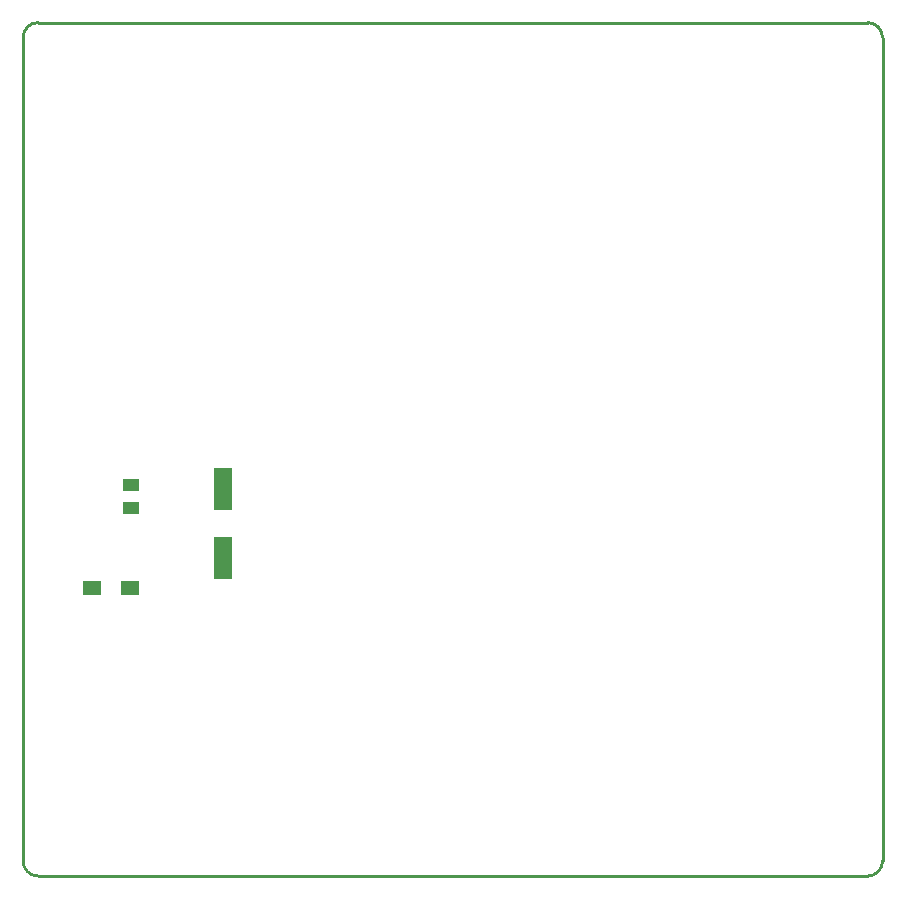
<source format=gtp>
G04 Layer_Color=8421504*
%FSLAX25Y25*%
%MOIN*%
G70*
G01*
G75*
%ADD10R,0.05512X0.04331*%
G04:AMPARAMS|DCode=11|XSize=141.73mil|YSize=62.99mil|CornerRadius=7.87mil|HoleSize=0mil|Usage=FLASHONLY|Rotation=270.000|XOffset=0mil|YOffset=0mil|HoleType=Round|Shape=RoundedRectangle|*
%AMROUNDEDRECTD11*
21,1,0.14173,0.04724,0,0,270.0*
21,1,0.12598,0.06299,0,0,270.0*
1,1,0.01575,-0.02362,-0.06299*
1,1,0.01575,-0.02362,0.06299*
1,1,0.01575,0.02362,0.06299*
1,1,0.01575,0.02362,-0.06299*
%
%ADD11ROUNDEDRECTD11*%
%ADD12R,0.06299X0.04724*%
%ADD14C,0.01000*%
D10*
X141500Y238563D02*
D03*
Y246437D02*
D03*
D11*
X172000Y221886D02*
D03*
Y245114D02*
D03*
D12*
X128508Y212000D02*
D03*
X141106D02*
D03*
D14*
X392000Y395500D02*
G03*
X387000Y400500I-5000J0D01*
G01*
Y116000D02*
G03*
X392000Y121000I0J5000D01*
G01*
X105500D02*
G03*
X110500Y116000I5000J0D01*
G01*
Y400500D02*
G03*
X105500Y395500I0J-5000D01*
G01*
X280000Y400500D02*
X387000D01*
X392000Y121000D02*
Y395500D01*
X110500Y116000D02*
X387000D01*
X105500Y121000D02*
Y395500D01*
X110500Y400500D02*
X281500D01*
M02*

</source>
